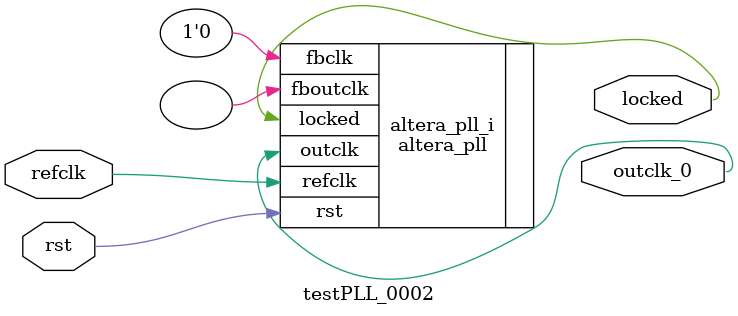
<source format=v>
`timescale 1ns/10ps
module  testPLL_0002(

	// interface 'refclk'
	input wire refclk,

	// interface 'reset'
	input wire rst,

	// interface 'outclk0'
	output wire outclk_0,

	// interface 'locked'
	output wire locked
);

	altera_pll #(
		.fractional_vco_multiplier("false"),
		.reference_clock_frequency("50.0 MHz"),
		.operation_mode("direct"),
		.number_of_clocks(1),
		.output_clock_frequency0("25.175644 MHz"),
		.phase_shift0("0 ps"),
		.duty_cycle0(50),
		.output_clock_frequency1("0 MHz"),
		.phase_shift1("0 ps"),
		.duty_cycle1(50),
		.output_clock_frequency2("0 MHz"),
		.phase_shift2("0 ps"),
		.duty_cycle2(50),
		.output_clock_frequency3("0 MHz"),
		.phase_shift3("0 ps"),
		.duty_cycle3(50),
		.output_clock_frequency4("0 MHz"),
		.phase_shift4("0 ps"),
		.duty_cycle4(50),
		.output_clock_frequency5("0 MHz"),
		.phase_shift5("0 ps"),
		.duty_cycle5(50),
		.output_clock_frequency6("0 MHz"),
		.phase_shift6("0 ps"),
		.duty_cycle6(50),
		.output_clock_frequency7("0 MHz"),
		.phase_shift7("0 ps"),
		.duty_cycle7(50),
		.output_clock_frequency8("0 MHz"),
		.phase_shift8("0 ps"),
		.duty_cycle8(50),
		.output_clock_frequency9("0 MHz"),
		.phase_shift9("0 ps"),
		.duty_cycle9(50),
		.output_clock_frequency10("0 MHz"),
		.phase_shift10("0 ps"),
		.duty_cycle10(50),
		.output_clock_frequency11("0 MHz"),
		.phase_shift11("0 ps"),
		.duty_cycle11(50),
		.output_clock_frequency12("0 MHz"),
		.phase_shift12("0 ps"),
		.duty_cycle12(50),
		.output_clock_frequency13("0 MHz"),
		.phase_shift13("0 ps"),
		.duty_cycle13(50),
		.output_clock_frequency14("0 MHz"),
		.phase_shift14("0 ps"),
		.duty_cycle14(50),
		.output_clock_frequency15("0 MHz"),
		.phase_shift15("0 ps"),
		.duty_cycle15(50),
		.output_clock_frequency16("0 MHz"),
		.phase_shift16("0 ps"),
		.duty_cycle16(50),
		.output_clock_frequency17("0 MHz"),
		.phase_shift17("0 ps"),
		.duty_cycle17(50),
		.pll_type("General"),
		.pll_subtype("General")
	) altera_pll_i (
		.rst	(rst),
		.outclk	({outclk_0}),
		.locked	(locked),
		.fboutclk	( ),
		.fbclk	(1'b0),
		.refclk	(refclk)
	);
endmodule


</source>
